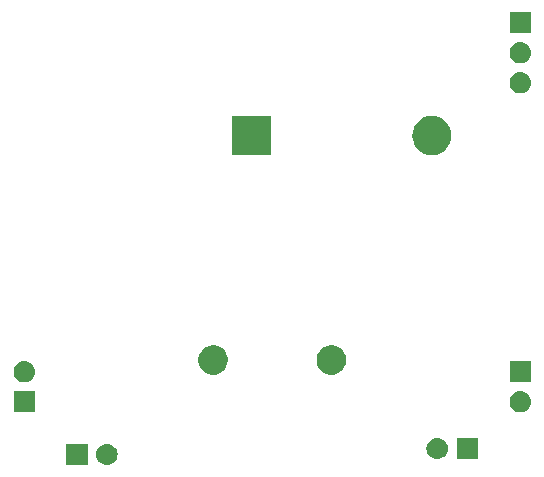
<source format=gbr>
G04 #@! TF.GenerationSoftware,KiCad,Pcbnew,(5.1.2-1)-1*
G04 #@! TF.CreationDate,2020-02-13T23:28:20-08:00*
G04 #@! TF.ProjectId,LM2576,4c4d3235-3736-42e6-9b69-6361645f7063,rev?*
G04 #@! TF.SameCoordinates,Original*
G04 #@! TF.FileFunction,Soldermask,Bot*
G04 #@! TF.FilePolarity,Negative*
%FSLAX46Y46*%
G04 Gerber Fmt 4.6, Leading zero omitted, Abs format (unit mm)*
G04 Created by KiCad (PCBNEW (5.1.2-1)-1) date 2020-02-13 23:28:20*
%MOMM*%
%LPD*%
G04 APERTURE LIST*
%ADD10C,0.100000*%
G04 APERTURE END LIST*
D10*
G36*
X23110442Y-67105518D02*
G01*
X23176627Y-67112037D01*
X23346466Y-67163557D01*
X23502991Y-67247222D01*
X23538729Y-67276552D01*
X23640186Y-67359814D01*
X23723448Y-67461271D01*
X23752778Y-67497009D01*
X23836443Y-67653534D01*
X23887963Y-67823373D01*
X23905359Y-68000000D01*
X23887963Y-68176627D01*
X23836443Y-68346466D01*
X23752778Y-68502991D01*
X23723448Y-68538729D01*
X23640186Y-68640186D01*
X23538729Y-68723448D01*
X23502991Y-68752778D01*
X23346466Y-68836443D01*
X23176627Y-68887963D01*
X23110443Y-68894481D01*
X23044260Y-68901000D01*
X22955740Y-68901000D01*
X22889557Y-68894481D01*
X22823373Y-68887963D01*
X22653534Y-68836443D01*
X22497009Y-68752778D01*
X22461271Y-68723448D01*
X22359814Y-68640186D01*
X22276552Y-68538729D01*
X22247222Y-68502991D01*
X22163557Y-68346466D01*
X22112037Y-68176627D01*
X22094641Y-68000000D01*
X22112037Y-67823373D01*
X22163557Y-67653534D01*
X22247222Y-67497009D01*
X22276552Y-67461271D01*
X22359814Y-67359814D01*
X22461271Y-67276552D01*
X22497009Y-67247222D01*
X22653534Y-67163557D01*
X22823373Y-67112037D01*
X22889558Y-67105518D01*
X22955740Y-67099000D01*
X23044260Y-67099000D01*
X23110442Y-67105518D01*
X23110442Y-67105518D01*
G37*
G36*
X21361000Y-68901000D02*
G01*
X19559000Y-68901000D01*
X19559000Y-67099000D01*
X21361000Y-67099000D01*
X21361000Y-68901000D01*
X21361000Y-68901000D01*
G37*
G36*
X54401000Y-68401000D02*
G01*
X52599000Y-68401000D01*
X52599000Y-66599000D01*
X54401000Y-66599000D01*
X54401000Y-68401000D01*
X54401000Y-68401000D01*
G37*
G36*
X51070442Y-66605518D02*
G01*
X51136627Y-66612037D01*
X51306466Y-66663557D01*
X51462991Y-66747222D01*
X51498729Y-66776552D01*
X51600186Y-66859814D01*
X51683448Y-66961271D01*
X51712778Y-66997009D01*
X51796443Y-67153534D01*
X51847963Y-67323373D01*
X51865359Y-67500000D01*
X51847963Y-67676627D01*
X51796443Y-67846466D01*
X51712778Y-68002991D01*
X51683448Y-68038729D01*
X51600186Y-68140186D01*
X51498729Y-68223448D01*
X51462991Y-68252778D01*
X51306466Y-68336443D01*
X51136627Y-68387963D01*
X51070442Y-68394482D01*
X51004260Y-68401000D01*
X50915740Y-68401000D01*
X50849558Y-68394482D01*
X50783373Y-68387963D01*
X50613534Y-68336443D01*
X50457009Y-68252778D01*
X50421271Y-68223448D01*
X50319814Y-68140186D01*
X50236552Y-68038729D01*
X50207222Y-68002991D01*
X50123557Y-67846466D01*
X50072037Y-67676627D01*
X50054641Y-67500000D01*
X50072037Y-67323373D01*
X50123557Y-67153534D01*
X50207222Y-66997009D01*
X50236552Y-66961271D01*
X50319814Y-66859814D01*
X50421271Y-66776552D01*
X50457009Y-66747222D01*
X50613534Y-66663557D01*
X50783373Y-66612037D01*
X50849558Y-66605518D01*
X50915740Y-66599000D01*
X51004260Y-66599000D01*
X51070442Y-66605518D01*
X51070442Y-66605518D01*
G37*
G36*
X58110443Y-62645519D02*
G01*
X58176627Y-62652037D01*
X58346466Y-62703557D01*
X58502991Y-62787222D01*
X58538729Y-62816552D01*
X58640186Y-62899814D01*
X58723448Y-63001271D01*
X58752778Y-63037009D01*
X58836443Y-63193534D01*
X58887963Y-63363373D01*
X58905359Y-63540000D01*
X58887963Y-63716627D01*
X58836443Y-63886466D01*
X58752778Y-64042991D01*
X58723448Y-64078729D01*
X58640186Y-64180186D01*
X58538729Y-64263448D01*
X58502991Y-64292778D01*
X58346466Y-64376443D01*
X58176627Y-64427963D01*
X58110442Y-64434482D01*
X58044260Y-64441000D01*
X57955740Y-64441000D01*
X57889558Y-64434482D01*
X57823373Y-64427963D01*
X57653534Y-64376443D01*
X57497009Y-64292778D01*
X57461271Y-64263448D01*
X57359814Y-64180186D01*
X57276552Y-64078729D01*
X57247222Y-64042991D01*
X57163557Y-63886466D01*
X57112037Y-63716627D01*
X57094641Y-63540000D01*
X57112037Y-63363373D01*
X57163557Y-63193534D01*
X57247222Y-63037009D01*
X57276552Y-63001271D01*
X57359814Y-62899814D01*
X57461271Y-62816552D01*
X57497009Y-62787222D01*
X57653534Y-62703557D01*
X57823373Y-62652037D01*
X57889557Y-62645519D01*
X57955740Y-62639000D01*
X58044260Y-62639000D01*
X58110443Y-62645519D01*
X58110443Y-62645519D01*
G37*
G36*
X16901000Y-64441000D02*
G01*
X15099000Y-64441000D01*
X15099000Y-62639000D01*
X16901000Y-62639000D01*
X16901000Y-64441000D01*
X16901000Y-64441000D01*
G37*
G36*
X58901000Y-61901000D02*
G01*
X57099000Y-61901000D01*
X57099000Y-60099000D01*
X58901000Y-60099000D01*
X58901000Y-61901000D01*
X58901000Y-61901000D01*
G37*
G36*
X16110442Y-60105518D02*
G01*
X16176627Y-60112037D01*
X16346466Y-60163557D01*
X16502991Y-60247222D01*
X16538729Y-60276552D01*
X16640186Y-60359814D01*
X16723448Y-60461271D01*
X16752778Y-60497009D01*
X16836443Y-60653534D01*
X16887963Y-60823373D01*
X16905359Y-61000000D01*
X16887963Y-61176627D01*
X16836443Y-61346466D01*
X16752778Y-61502991D01*
X16723448Y-61538729D01*
X16640186Y-61640186D01*
X16538729Y-61723448D01*
X16502991Y-61752778D01*
X16346466Y-61836443D01*
X16176627Y-61887963D01*
X16110443Y-61894481D01*
X16044260Y-61901000D01*
X15955740Y-61901000D01*
X15889557Y-61894481D01*
X15823373Y-61887963D01*
X15653534Y-61836443D01*
X15497009Y-61752778D01*
X15461271Y-61723448D01*
X15359814Y-61640186D01*
X15276552Y-61538729D01*
X15247222Y-61502991D01*
X15163557Y-61346466D01*
X15112037Y-61176627D01*
X15094641Y-61000000D01*
X15112037Y-60823373D01*
X15163557Y-60653534D01*
X15247222Y-60497009D01*
X15276552Y-60461271D01*
X15359814Y-60359814D01*
X15461271Y-60276552D01*
X15497009Y-60247222D01*
X15653534Y-60163557D01*
X15823373Y-60112037D01*
X15889558Y-60105518D01*
X15955740Y-60099000D01*
X16044260Y-60099000D01*
X16110442Y-60105518D01*
X16110442Y-60105518D01*
G37*
G36*
X42364903Y-58797075D02*
G01*
X42592571Y-58891378D01*
X42797466Y-59028285D01*
X42971715Y-59202534D01*
X43108622Y-59407429D01*
X43202925Y-59635097D01*
X43251000Y-59876787D01*
X43251000Y-60123213D01*
X43202925Y-60364903D01*
X43108622Y-60592571D01*
X42971715Y-60797466D01*
X42797466Y-60971715D01*
X42592571Y-61108622D01*
X42592570Y-61108623D01*
X42592569Y-61108623D01*
X42364903Y-61202925D01*
X42123214Y-61251000D01*
X41876786Y-61251000D01*
X41635097Y-61202925D01*
X41407431Y-61108623D01*
X41407430Y-61108623D01*
X41407429Y-61108622D01*
X41202534Y-60971715D01*
X41028285Y-60797466D01*
X40891378Y-60592571D01*
X40797075Y-60364903D01*
X40749000Y-60123213D01*
X40749000Y-59876787D01*
X40797075Y-59635097D01*
X40891378Y-59407429D01*
X41028285Y-59202534D01*
X41202534Y-59028285D01*
X41407429Y-58891378D01*
X41635097Y-58797075D01*
X41876786Y-58749000D01*
X42123214Y-58749000D01*
X42364903Y-58797075D01*
X42364903Y-58797075D01*
G37*
G36*
X32364903Y-58797075D02*
G01*
X32592571Y-58891378D01*
X32797466Y-59028285D01*
X32971715Y-59202534D01*
X33108622Y-59407429D01*
X33202925Y-59635097D01*
X33251000Y-59876787D01*
X33251000Y-60123213D01*
X33202925Y-60364903D01*
X33108622Y-60592571D01*
X32971715Y-60797466D01*
X32797466Y-60971715D01*
X32592571Y-61108622D01*
X32592570Y-61108623D01*
X32592569Y-61108623D01*
X32364903Y-61202925D01*
X32123214Y-61251000D01*
X31876786Y-61251000D01*
X31635097Y-61202925D01*
X31407431Y-61108623D01*
X31407430Y-61108623D01*
X31407429Y-61108622D01*
X31202534Y-60971715D01*
X31028285Y-60797466D01*
X30891378Y-60592571D01*
X30797075Y-60364903D01*
X30749000Y-60123213D01*
X30749000Y-59876787D01*
X30797075Y-59635097D01*
X30891378Y-59407429D01*
X31028285Y-59202534D01*
X31202534Y-59028285D01*
X31407429Y-58891378D01*
X31635097Y-58797075D01*
X31876786Y-58749000D01*
X32123214Y-58749000D01*
X32364903Y-58797075D01*
X32364903Y-58797075D01*
G37*
G36*
X50823651Y-39372888D02*
G01*
X51134870Y-39467296D01*
X51421680Y-39620599D01*
X51421683Y-39620601D01*
X51421684Y-39620602D01*
X51673082Y-39826918D01*
X51879398Y-40078316D01*
X51879401Y-40078320D01*
X52032704Y-40365130D01*
X52127112Y-40676349D01*
X52158988Y-41000000D01*
X52127112Y-41323651D01*
X52032704Y-41634870D01*
X51879401Y-41921680D01*
X51879399Y-41921683D01*
X51879398Y-41921684D01*
X51673082Y-42173082D01*
X51421684Y-42379398D01*
X51421680Y-42379401D01*
X51134870Y-42532704D01*
X50823651Y-42627112D01*
X50581107Y-42651000D01*
X50418893Y-42651000D01*
X50176349Y-42627112D01*
X49865130Y-42532704D01*
X49578320Y-42379401D01*
X49578316Y-42379398D01*
X49326918Y-42173082D01*
X49120602Y-41921684D01*
X49120601Y-41921683D01*
X49120599Y-41921680D01*
X48967296Y-41634870D01*
X48872888Y-41323651D01*
X48841012Y-41000000D01*
X48872888Y-40676349D01*
X48967296Y-40365130D01*
X49120599Y-40078320D01*
X49120602Y-40078316D01*
X49326918Y-39826918D01*
X49578316Y-39620602D01*
X49578317Y-39620601D01*
X49578320Y-39620599D01*
X49865130Y-39467296D01*
X50176349Y-39372888D01*
X50418893Y-39349000D01*
X50581107Y-39349000D01*
X50823651Y-39372888D01*
X50823651Y-39372888D01*
G37*
G36*
X36911000Y-42651000D02*
G01*
X33609000Y-42651000D01*
X33609000Y-39349000D01*
X36911000Y-39349000D01*
X36911000Y-42651000D01*
X36911000Y-42651000D01*
G37*
G36*
X58110443Y-35645519D02*
G01*
X58176627Y-35652037D01*
X58346466Y-35703557D01*
X58502991Y-35787222D01*
X58538729Y-35816552D01*
X58640186Y-35899814D01*
X58723448Y-36001271D01*
X58752778Y-36037009D01*
X58836443Y-36193534D01*
X58887963Y-36363373D01*
X58905359Y-36540000D01*
X58887963Y-36716627D01*
X58836443Y-36886466D01*
X58752778Y-37042991D01*
X58723448Y-37078729D01*
X58640186Y-37180186D01*
X58538729Y-37263448D01*
X58502991Y-37292778D01*
X58346466Y-37376443D01*
X58176627Y-37427963D01*
X58110443Y-37434481D01*
X58044260Y-37441000D01*
X57955740Y-37441000D01*
X57889557Y-37434481D01*
X57823373Y-37427963D01*
X57653534Y-37376443D01*
X57497009Y-37292778D01*
X57461271Y-37263448D01*
X57359814Y-37180186D01*
X57276552Y-37078729D01*
X57247222Y-37042991D01*
X57163557Y-36886466D01*
X57112037Y-36716627D01*
X57094641Y-36540000D01*
X57112037Y-36363373D01*
X57163557Y-36193534D01*
X57247222Y-36037009D01*
X57276552Y-36001271D01*
X57359814Y-35899814D01*
X57461271Y-35816552D01*
X57497009Y-35787222D01*
X57653534Y-35703557D01*
X57823373Y-35652037D01*
X57889557Y-35645519D01*
X57955740Y-35639000D01*
X58044260Y-35639000D01*
X58110443Y-35645519D01*
X58110443Y-35645519D01*
G37*
G36*
X58110442Y-33105518D02*
G01*
X58176627Y-33112037D01*
X58346466Y-33163557D01*
X58502991Y-33247222D01*
X58538729Y-33276552D01*
X58640186Y-33359814D01*
X58723448Y-33461271D01*
X58752778Y-33497009D01*
X58836443Y-33653534D01*
X58887963Y-33823373D01*
X58905359Y-34000000D01*
X58887963Y-34176627D01*
X58836443Y-34346466D01*
X58752778Y-34502991D01*
X58723448Y-34538729D01*
X58640186Y-34640186D01*
X58538729Y-34723448D01*
X58502991Y-34752778D01*
X58346466Y-34836443D01*
X58176627Y-34887963D01*
X58110442Y-34894482D01*
X58044260Y-34901000D01*
X57955740Y-34901000D01*
X57889558Y-34894482D01*
X57823373Y-34887963D01*
X57653534Y-34836443D01*
X57497009Y-34752778D01*
X57461271Y-34723448D01*
X57359814Y-34640186D01*
X57276552Y-34538729D01*
X57247222Y-34502991D01*
X57163557Y-34346466D01*
X57112037Y-34176627D01*
X57094641Y-34000000D01*
X57112037Y-33823373D01*
X57163557Y-33653534D01*
X57247222Y-33497009D01*
X57276552Y-33461271D01*
X57359814Y-33359814D01*
X57461271Y-33276552D01*
X57497009Y-33247222D01*
X57653534Y-33163557D01*
X57823373Y-33112037D01*
X57889558Y-33105518D01*
X57955740Y-33099000D01*
X58044260Y-33099000D01*
X58110442Y-33105518D01*
X58110442Y-33105518D01*
G37*
G36*
X58901000Y-32361000D02*
G01*
X57099000Y-32361000D01*
X57099000Y-30559000D01*
X58901000Y-30559000D01*
X58901000Y-32361000D01*
X58901000Y-32361000D01*
G37*
M02*

</source>
